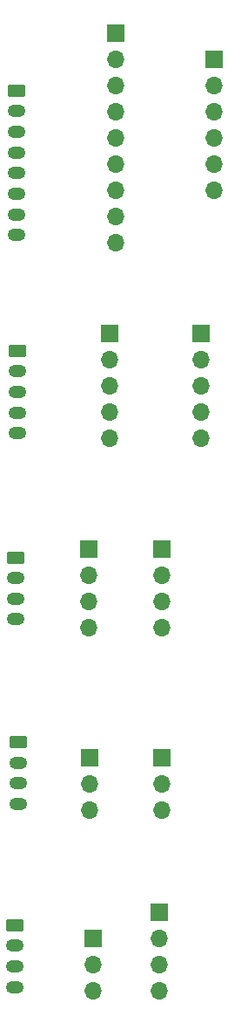
<source format=gbr>
%TF.GenerationSoftware,KiCad,Pcbnew,(6.0.1)*%
%TF.CreationDate,2022-11-29T19:46:15+01:00*%
%TF.ProjectId,ESPRocks,45535052-6f63-46b7-932e-6b696361645f,rev?*%
%TF.SameCoordinates,Original*%
%TF.FileFunction,Soldermask,Top*%
%TF.FilePolarity,Negative*%
%FSLAX46Y46*%
G04 Gerber Fmt 4.6, Leading zero omitted, Abs format (unit mm)*
G04 Created by KiCad (PCBNEW (6.0.1)) date 2022-11-29 19:46:15*
%MOMM*%
%LPD*%
G01*
G04 APERTURE LIST*
G04 Aperture macros list*
%AMRoundRect*
0 Rectangle with rounded corners*
0 $1 Rounding radius*
0 $2 $3 $4 $5 $6 $7 $8 $9 X,Y pos of 4 corners*
0 Add a 4 corners polygon primitive as box body*
4,1,4,$2,$3,$4,$5,$6,$7,$8,$9,$2,$3,0*
0 Add four circle primitives for the rounded corners*
1,1,$1+$1,$2,$3*
1,1,$1+$1,$4,$5*
1,1,$1+$1,$6,$7*
1,1,$1+$1,$8,$9*
0 Add four rect primitives between the rounded corners*
20,1,$1+$1,$2,$3,$4,$5,0*
20,1,$1+$1,$4,$5,$6,$7,0*
20,1,$1+$1,$6,$7,$8,$9,0*
20,1,$1+$1,$8,$9,$2,$3,0*%
G04 Aperture macros list end*
%ADD10R,1.700000X1.700000*%
%ADD11O,1.700000X1.700000*%
%ADD12O,1.750000X1.200000*%
%ADD13RoundRect,0.250000X-0.625000X0.350000X-0.625000X-0.350000X0.625000X-0.350000X0.625000X0.350000X0*%
G04 APERTURE END LIST*
D10*
%TO.C,CN14*%
X85801200Y-62382400D03*
D11*
X85801200Y-64922400D03*
X85801200Y-67462400D03*
X85801200Y-70002400D03*
X85801200Y-72542400D03*
X85801200Y-75082400D03*
X85801200Y-77622400D03*
X85801200Y-80162400D03*
X85801200Y-82702400D03*
%TD*%
D10*
%TO.C,CN3*%
X83591000Y-150179800D03*
D11*
X83591000Y-152719800D03*
X83591000Y-155259800D03*
%TD*%
D10*
%TO.C,CN2*%
X89991800Y-147634800D03*
D11*
X89991800Y-150174800D03*
X89991800Y-152714800D03*
X89991800Y-155254800D03*
%TD*%
D12*
%TO.C,CN1*%
X75906800Y-154892000D03*
X75906800Y-152892000D03*
X75906800Y-150892000D03*
D13*
X75906800Y-148892000D03*
%TD*%
%TO.C,CN11*%
X76161200Y-93180400D03*
D12*
X76161200Y-95180400D03*
X76161200Y-97180400D03*
X76161200Y-99180400D03*
X76161200Y-101180400D03*
%TD*%
D13*
%TO.C,CN13*%
X75997200Y-113230400D03*
D12*
X75997200Y-115230400D03*
X75997200Y-117230400D03*
X75997200Y-119230400D03*
%TD*%
D10*
%TO.C,CN17*%
X85191200Y-91495400D03*
D11*
X85191200Y-94035400D03*
X85191200Y-96575400D03*
X85191200Y-99115400D03*
X85191200Y-101655400D03*
%TD*%
D10*
%TO.C,CN21*%
X90221200Y-132628400D03*
D11*
X90221200Y-135168400D03*
X90221200Y-137708400D03*
%TD*%
D10*
%TO.C,CN16*%
X94056200Y-91495400D03*
D11*
X94056200Y-94035400D03*
X94056200Y-96575400D03*
X94056200Y-99115400D03*
X94056200Y-101655400D03*
%TD*%
D10*
%TO.C,CN19*%
X90246600Y-112420400D03*
D11*
X90246600Y-114960400D03*
X90246600Y-117500400D03*
X90246600Y-120040400D03*
%TD*%
D10*
%TO.C,CN20*%
X83236200Y-132613400D03*
D11*
X83236200Y-135153400D03*
X83236200Y-137693400D03*
%TD*%
D10*
%TO.C,CN18*%
X83159200Y-112410000D03*
D11*
X83159200Y-114950000D03*
X83159200Y-117490000D03*
X83159200Y-120030000D03*
%TD*%
D10*
%TO.C,CN15*%
X95301200Y-64947400D03*
D11*
X95301200Y-67487400D03*
X95301200Y-70027400D03*
X95301200Y-72567400D03*
X95301200Y-75107400D03*
X95301200Y-77647400D03*
%TD*%
D13*
%TO.C,CN10*%
X76085000Y-67955400D03*
D12*
X76085000Y-69955400D03*
X76085000Y-71955400D03*
X76085000Y-73955400D03*
X76085000Y-75955400D03*
X76085000Y-77955400D03*
X76085000Y-79955400D03*
X76085000Y-81955400D03*
%TD*%
D13*
%TO.C,CN12*%
X76288200Y-131137400D03*
D12*
X76288200Y-133137400D03*
X76288200Y-135137400D03*
X76288200Y-137137400D03*
%TD*%
M02*

</source>
